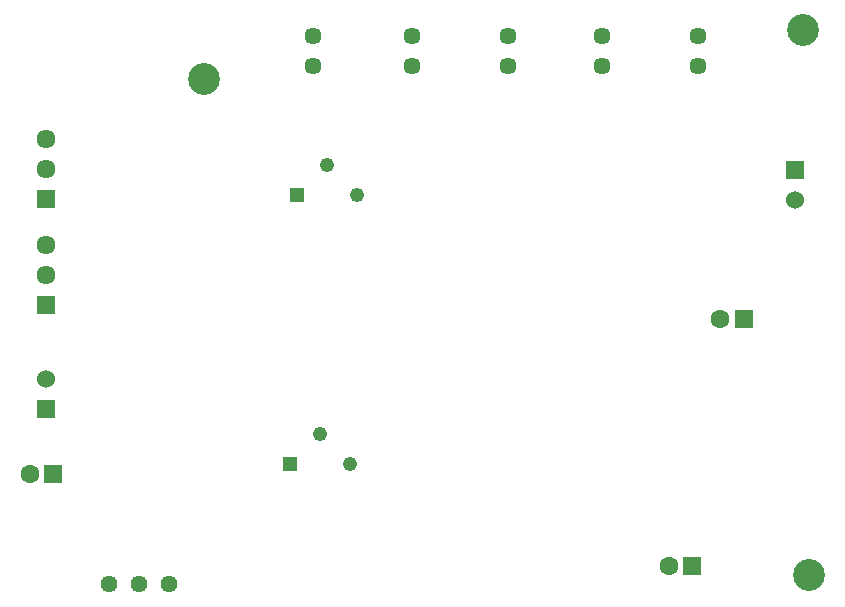
<source format=gbr>
%TF.GenerationSoftware,KiCad,Pcbnew,9.0.2*%
%TF.CreationDate,2025-06-13T21:58:29+02:00*%
%TF.ProjectId,bspdv4,62737064-7634-42e6-9b69-6361645f7063,rev?*%
%TF.SameCoordinates,Original*%
%TF.FileFunction,Soldermask,Bot*%
%TF.FilePolarity,Negative*%
%FSLAX46Y46*%
G04 Gerber Fmt 4.6, Leading zero omitted, Abs format (unit mm)*
G04 Created by KiCad (PCBNEW 9.0.2) date 2025-06-13 21:58:29*
%MOMM*%
%LPD*%
G01*
G04 APERTURE LIST*
G04 Aperture macros list*
%AMRoundRect*
0 Rectangle with rounded corners*
0 $1 Rounding radius*
0 $2 $3 $4 $5 $6 $7 $8 $9 X,Y pos of 4 corners*
0 Add a 4 corners polygon primitive as box body*
4,1,4,$2,$3,$4,$5,$6,$7,$8,$9,$2,$3,0*
0 Add four circle primitives for the rounded corners*
1,1,$1+$1,$2,$3*
1,1,$1+$1,$4,$5*
1,1,$1+$1,$6,$7*
1,1,$1+$1,$8,$9*
0 Add four rect primitives between the rounded corners*
20,1,$1+$1,$2,$3,$4,$5,0*
20,1,$1+$1,$4,$5,$6,$7,0*
20,1,$1+$1,$6,$7,$8,$9,0*
20,1,$1+$1,$8,$9,$2,$3,0*%
G04 Aperture macros list end*
%ADD10R,1.530000X1.530000*%
%ADD11C,1.530000*%
%ADD12C,1.440000*%
%ADD13C,1.447000*%
%ADD14RoundRect,0.250000X0.550000X0.550000X-0.550000X0.550000X-0.550000X-0.550000X0.550000X-0.550000X0*%
%ADD15C,1.600000*%
%ADD16R,1.217000X1.217000*%
%ADD17C,1.217000*%
%ADD18C,2.700000*%
%ADD19R,1.610000X1.610000*%
%ADD20C,1.610000*%
G04 APERTURE END LIST*
D10*
%TO.C,J3*%
X234721092Y-47760000D03*
D11*
X234721092Y-50300000D03*
%TD*%
D12*
%TO.C,U2*%
X176592592Y-82824000D03*
X179132592Y-82824000D03*
X181672592Y-82824000D03*
%TD*%
D13*
%TO.C,LED1*%
X226471092Y-36460000D03*
X226471092Y-39000000D03*
%TD*%
D14*
%TO.C,C1*%
X230371092Y-60400000D03*
D15*
X228371092Y-60400000D03*
%TD*%
D16*
%TO.C,RV1*%
X191931092Y-72640000D03*
D17*
X194471092Y-70100000D03*
X197011092Y-72640000D03*
%TD*%
D18*
%TO.C,H2*%
X235871092Y-82100000D03*
%TD*%
D13*
%TO.C,LED5*%
X202271092Y-36460000D03*
X202271092Y-39000000D03*
%TD*%
D19*
%TO.C,J1*%
X171296092Y-59210000D03*
D20*
X171296092Y-56670000D03*
X171296092Y-54130000D03*
%TD*%
D13*
%TO.C,LED3*%
X193871092Y-36460000D03*
X193871092Y-39000000D03*
%TD*%
D19*
%TO.C,J2*%
X171296092Y-50195000D03*
D20*
X171296092Y-47655000D03*
X171296092Y-45115000D03*
%TD*%
D14*
%TO.C,C4*%
X171900000Y-73500000D03*
D15*
X169900000Y-73500000D03*
%TD*%
D13*
%TO.C,LED2*%
X218371092Y-36460000D03*
X218371092Y-39000000D03*
%TD*%
D18*
%TO.C,H3*%
X184671092Y-40100000D03*
%TD*%
D14*
%TO.C,C5*%
X226026205Y-81300000D03*
D15*
X224026205Y-81300000D03*
%TD*%
D16*
%TO.C,RV2*%
X192571092Y-49900000D03*
D17*
X195111092Y-47360000D03*
X197651092Y-49900000D03*
%TD*%
D18*
%TO.C,H1*%
X235371092Y-35900000D03*
%TD*%
D13*
%TO.C,LED4*%
X210371092Y-36460000D03*
X210371092Y-39000000D03*
%TD*%
D10*
%TO.C,J4*%
X171296092Y-68000000D03*
D11*
X171296092Y-65460000D03*
%TD*%
M02*

</source>
